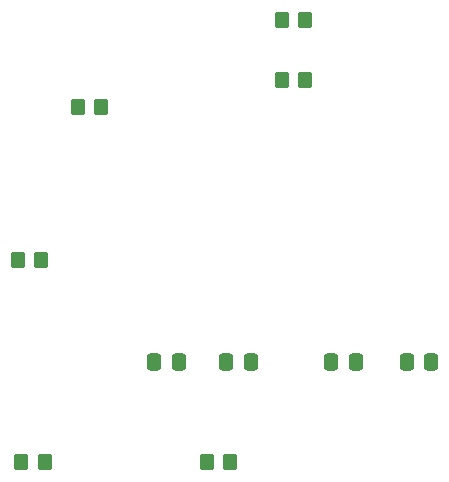
<source format=gbr>
%TF.GenerationSoftware,KiCad,Pcbnew,8.0.6*%
%TF.CreationDate,2024-11-19T15:42:44-05:00*%
%TF.ProjectId,airflow_device,61697266-6c6f-4775-9f64-65766963652e,rev?*%
%TF.SameCoordinates,Original*%
%TF.FileFunction,Paste,Top*%
%TF.FilePolarity,Positive*%
%FSLAX46Y46*%
G04 Gerber Fmt 4.6, Leading zero omitted, Abs format (unit mm)*
G04 Created by KiCad (PCBNEW 8.0.6) date 2024-11-19 15:42:44*
%MOMM*%
%LPD*%
G01*
G04 APERTURE LIST*
G04 Aperture macros list*
%AMRoundRect*
0 Rectangle with rounded corners*
0 $1 Rounding radius*
0 $2 $3 $4 $5 $6 $7 $8 $9 X,Y pos of 4 corners*
0 Add a 4 corners polygon primitive as box body*
4,1,4,$2,$3,$4,$5,$6,$7,$8,$9,$2,$3,0*
0 Add four circle primitives for the rounded corners*
1,1,$1+$1,$2,$3*
1,1,$1+$1,$4,$5*
1,1,$1+$1,$6,$7*
1,1,$1+$1,$8,$9*
0 Add four rect primitives between the rounded corners*
20,1,$1+$1,$2,$3,$4,$5,0*
20,1,$1+$1,$4,$5,$6,$7,0*
20,1,$1+$1,$6,$7,$8,$9,0*
20,1,$1+$1,$8,$9,$2,$3,0*%
G04 Aperture macros list end*
%ADD10RoundRect,0.250000X0.337500X0.475000X-0.337500X0.475000X-0.337500X-0.475000X0.337500X-0.475000X0*%
%ADD11RoundRect,0.250000X-0.350000X-0.450000X0.350000X-0.450000X0.350000X0.450000X-0.350000X0.450000X0*%
%ADD12RoundRect,0.250000X0.350000X0.450000X-0.350000X0.450000X-0.350000X-0.450000X0.350000X-0.450000X0*%
%ADD13RoundRect,0.250000X-0.337500X-0.475000X0.337500X-0.475000X0.337500X0.475000X-0.337500X0.475000X0*%
G04 APERTURE END LIST*
D10*
%TO.C,C5*%
X90607000Y-101092000D03*
X88532000Y-101092000D03*
%TD*%
D11*
%TO.C,R6*%
X76962000Y-92456000D03*
X78962000Y-92456000D03*
%TD*%
%TO.C,R4*%
X92964000Y-109601000D03*
X94964000Y-109601000D03*
%TD*%
D12*
%TO.C,R2*%
X101314000Y-72136000D03*
X99314000Y-72136000D03*
%TD*%
D11*
%TO.C,R5*%
X77248000Y-109601000D03*
X79248000Y-109601000D03*
%TD*%
%TO.C,R7*%
X82042000Y-79502000D03*
X84042000Y-79502000D03*
%TD*%
D13*
%TO.C,C2*%
X103518000Y-101092000D03*
X105593000Y-101092000D03*
%TD*%
%TO.C,C3*%
X109911000Y-101092000D03*
X111986000Y-101092000D03*
%TD*%
%TO.C,C4*%
X94628000Y-101092000D03*
X96703000Y-101092000D03*
%TD*%
D11*
%TO.C,R3*%
X99314000Y-77216000D03*
X101314000Y-77216000D03*
%TD*%
M02*

</source>
